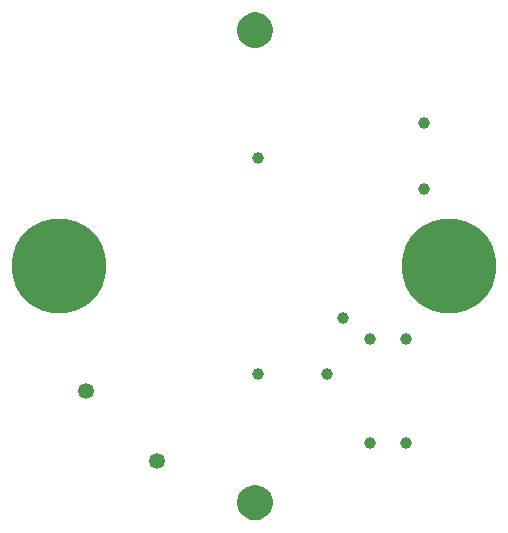
<source format=gbl>
G04*
G04 #@! TF.GenerationSoftware,Altium Limited,Altium Designer,20.1.8 (145)*
G04*
G04 Layer_Physical_Order=2*
G04 Layer_Color=16711680*
%FSTAX43Y43*%
%MOMM*%
G71*
G04*
G04 #@! TF.SameCoordinates,7F49C3F1-04F9-482F-9C58-12B171E084D3*
G04*
G04*
G04 #@! TF.FilePolarity,Positive*
G04*
G01*
G75*
%ADD16C,1.350*%
%ADD17C,1.000*%
%ADD18C,8.000*%
G36*
X0100511Y0056446D02*
X0100784Y0056333D01*
X0101028Y0056169D01*
X0101237Y0055961D01*
X01014Y0055716D01*
X0101513Y0055444D01*
X0101571Y0055155D01*
Y0054855D01*
X0101513Y0054566D01*
X01014Y0054293D01*
X0101236Y0054047D01*
X0101027Y0053838D01*
X0100781Y0053674D01*
X0100508Y0053561D01*
X0100218Y0053503D01*
X0099917D01*
X0099628Y0053561D01*
X0099357Y0053673D01*
X0099112Y0053837D01*
X0098904Y0054045D01*
X0098741Y0054289D01*
X0098628Y0054561D01*
X0098571Y005485D01*
Y005515D01*
X0098628Y0055439D01*
X0098741Y0055711D01*
X0098904Y0055955D01*
X0099112Y0056163D01*
X0099357Y0056327D01*
X0099628Y0056439D01*
X0099917Y0056497D01*
X0100064Y0056497D01*
X0100075Y0056503D01*
Y0056503D01*
X0100223D01*
X0100511Y0056446D01*
D02*
G37*
G36*
Y0096446D02*
X0100784Y0096333D01*
X0101028Y0096169D01*
X0101237Y0095961D01*
X01014Y0095716D01*
X0101513Y0095444D01*
X0101571Y0095155D01*
Y0094855D01*
X0101513Y0094566D01*
X01014Y0094293D01*
X0101236Y0094047D01*
X0101027Y0093838D01*
X0100781Y0093674D01*
X0100508Y0093561D01*
X0100218Y0093503D01*
X0099917D01*
X0099628Y0093561D01*
X0099357Y0093673D01*
X0099112Y0093837D01*
X0098904Y0094045D01*
X0098741Y0094289D01*
X0098628Y0094561D01*
X0098571Y009485D01*
Y009515D01*
X0098628Y0095439D01*
X0098741Y0095711D01*
X0098904Y0095955D01*
X0099112Y0096163D01*
X0099357Y0096327D01*
X0099628Y0096439D01*
X0099917Y0096497D01*
X0100064Y0096497D01*
X0100075Y0096503D01*
Y0096503D01*
X0100223D01*
X0100511Y0096446D01*
D02*
G37*
D16*
X0091743Y0058504D02*
D03*
X0085755Y0064484D02*
D03*
D17*
X0114375Y0081525D02*
D03*
Y0087175D02*
D03*
X0100325Y0084175D02*
D03*
X0107475Y0070625D02*
D03*
X0112875Y0068888D02*
D03*
X0109825D02*
D03*
X0112875Y0060012D02*
D03*
X0109825D02*
D03*
X0106175Y0065875D02*
D03*
X0100325D02*
D03*
D18*
X00835Y0075D02*
D03*
X01165D02*
D03*
M02*

</source>
